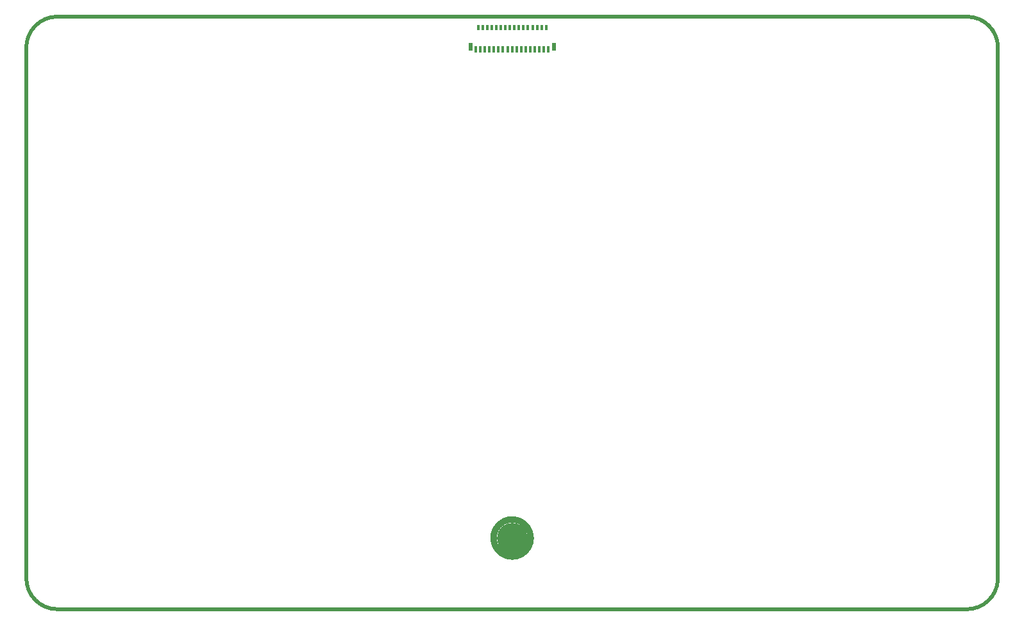
<source format=gbs>
G04*
G04 #@! TF.GenerationSoftware,Altium Limited,Altium Designer,24.5.2 (23)*
G04*
G04 Layer_Color=16711935*
%FSLAX44Y44*%
%MOMM*%
G71*
G04*
G04 #@! TF.SameCoordinates,DF3C02B5-3F0F-4488-AB2D-F481A5C04937*
G04*
G04*
G04 #@! TF.FilePolarity,Negative*
G04*
G01*
G75*
%ADD11C,0.5000*%
%ADD13C,0.6000*%
%ADD14C,0.8800*%
%ADD16C,0.2500*%
%ADD22C,4.0440*%
%ADD23R,0.3760X0.8760*%
%ADD24R,0.3760X0.7260*%
%ADD25R,0.4760X1.0260*%
D11*
X1288466Y747709D02*
G03*
X1247675Y788500I-40791J0D01*
G01*
X5534Y46500D02*
G03*
X46534Y5500I41000J0D01*
G01*
X5500Y46500D02*
G03*
X46500Y5500I41000J0D01*
G01*
Y788500D02*
G03*
X5500Y747500I0J-41000D01*
G01*
X1247500Y5500D02*
G03*
X1288466Y44835I0J41000D01*
G01*
X5500Y46400D02*
Y747500D01*
X689490Y788500D02*
X774907D01*
X5534Y46400D02*
Y747500D01*
X1288466Y694680D02*
Y747709D01*
X46534Y5500D02*
X859735D01*
X605050Y788500D02*
X689490D01*
X859835D02*
X1030018D01*
X1114947D01*
X1199957D02*
X1247675D01*
X1114947D02*
X1145000D01*
X1153923D01*
X46500D02*
X95071D01*
X264358D02*
X349938D01*
X179267D02*
X264358D01*
X95071D02*
X179267D01*
X774907D02*
X859835D01*
X434948D02*
X519714D01*
X605050D01*
X349938D02*
X434948D01*
X1153923D02*
X1153968Y788456D01*
X1288466Y609618D02*
Y694680D01*
Y524649D02*
Y609618D01*
Y439587D02*
Y524649D01*
Y269736D02*
Y354526D01*
Y184676D02*
Y269736D01*
Y99614D02*
Y184676D01*
X1171353Y788500D02*
X1199957D01*
X1288466Y44835D02*
Y99614D01*
Y354526D02*
Y439587D01*
X1171350Y788497D02*
X1171353Y788500D01*
X1200000Y5500D02*
X1200000Y5500D01*
X1247500D01*
X1199000D02*
X1199000Y5500D01*
X859735Y5500D02*
X1199000D01*
X1199000Y5500D02*
X1200000D01*
X1162968Y788500D02*
X1162970Y788497D01*
X1171350D01*
X1154012Y788500D02*
X1162968D01*
X1153968Y788456D02*
X1154012Y788500D01*
D13*
X647000Y99540D02*
D03*
D14*
X668454Y87463D02*
G03*
X671620Y99540I-21454J12077D01*
G01*
X659078Y78086D02*
G03*
X668454Y87463I-12077J21454D01*
G01*
X647000Y74920D02*
G03*
X659078Y78086I0J24620D01*
G01*
X671620Y99540D02*
G03*
X647000Y74920I-24620J0D01*
G01*
D16*
Y75240D02*
D03*
D22*
Y99540D02*
D03*
D23*
X683000Y745661D02*
D03*
X671000D02*
D03*
X599000D02*
D03*
X605000D02*
D03*
X611000D02*
D03*
X617000D02*
D03*
X623000D02*
D03*
X629000D02*
D03*
X635000D02*
D03*
X641000D02*
D03*
X647000D02*
D03*
X653000D02*
D03*
X659000D02*
D03*
X665000D02*
D03*
X677000D02*
D03*
X689000D02*
D03*
X695000D02*
D03*
D24*
X686000Y774411D02*
D03*
X692000D02*
D03*
X602000D02*
D03*
X608000D02*
D03*
X614000D02*
D03*
X620000D02*
D03*
X626000D02*
D03*
X632000D02*
D03*
X638000D02*
D03*
X644000D02*
D03*
X650000D02*
D03*
X656000D02*
D03*
X662000D02*
D03*
X668000D02*
D03*
X674000D02*
D03*
X680000D02*
D03*
D25*
X592000Y748411D02*
D03*
X702000D02*
D03*
M02*

</source>
